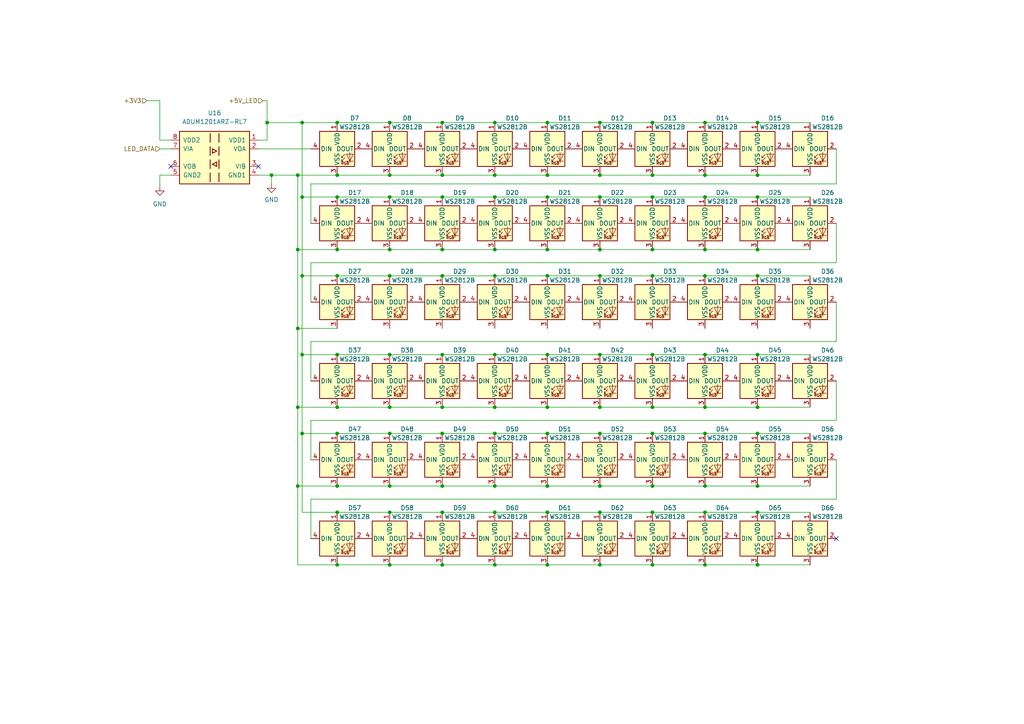
<source format=kicad_sch>
(kicad_sch (version 20211123) (generator eeschema)
  (paper "A4")
  (title_block (title "LEDs around the mainboard") (date "2023-03-10") (rev "1") (company "University of Tartu"))
  (lib_symbols
    (symbol "Isolator:ADuM1201AR" (pin_names (offset 1.016))
      (property "Reference" "U" (at -10.16 8.89 0))
      (property "Value" "ADuM1201AR" (at -2.032 8.89 0))
      (symbol "ADuM1201AR_0_1"
        (rectangle (start -10.16 7.62) (end 10.16 -7.62) (stroke (width 0.254)) (fill (type background)))
        (polyline (pts (xy -1.27 -4.445) (xy -1.27 -6.985)) (stroke (width 0.254)))
        (polyline (pts (xy -1.27 -0.635) (xy -1.27 -3.175)) (stroke (width 0.254)))
        (polyline (pts (xy -1.27 3.175) (xy -1.27 0.635)) (stroke (width 0.254)))
        (polyline (pts (xy -1.27 6.985) (xy -1.27 4.445)) (stroke (width 0.254)))
        (polyline (pts (xy 1.27 -4.445) (xy 1.27 -6.985)) (stroke (width 0.254)))
        (polyline (pts (xy 1.27 -0.635) (xy 1.27 -3.175)) (stroke (width 0.254)))
        (polyline (pts (xy 1.27 3.175) (xy 1.27 0.635)) (stroke (width 0.254)))
        (polyline (pts (xy 1.27 6.985) (xy 1.27 4.445)) (stroke (width 0.254)))
        (polyline (pts (xy -0.635 -1.27) (xy -0.635 -2.54) (xy 0.635 -1.905) (xy -0.635 -1.27)) (stroke (width 0.254)))
        (polyline (pts (xy 0.635 2.54) (xy 0.635 1.27) (xy -0.635 1.905) (xy 0.635 2.54)) (stroke (width 0.254)))
      )
      (symbol "ADuM1201AR_1_1"
        (pin power_in line (at -12.7 5.08 0) (length 2.54) (name "VDD1") (number "1"))
        (pin output line (at -12.7 2.54 0) (length 2.54) (name "VOA") (number "2"))
        (pin input line (at -12.7 -2.54 0) (length 2.54) (name "VIB") (number "3"))
        (pin power_in line (at -12.7 -5.08 0) (length 2.54) (name "GND1") (number "4"))
        (pin power_in line (at 12.7 -5.08 180) (length 2.54) (name "GND2") (number "5"))
        (pin output line (at 12.7 -2.54 180) (length 2.54) (name "VOB") (number "6"))
        (pin input line (at 12.7 2.54 180) (length 2.54) (name "VIA") (number "7"))
        (pin power_in line (at 12.7 5.08 180) (length 2.54) (name "VDD2") (number "8"))
      )
    )
    (symbol "LED:WS2812B" (pin_names (offset 0.254))
      (property "Reference" "D" (at 5.08 5.715 0))
      (property "Value" "WS2812B" (at 1.27 -5.715 0))
      (symbol "WS2812B_0_0"
        (text "RGB" (at 2.286 -4.191 0) (effects (font (size 0.762 0.762))))
      )
      (symbol "WS2812B_0_1"
        (polyline (pts (xy 1.27 -3.556) (xy 1.778 -3.556)))
        (polyline (pts (xy 1.27 -2.54) (xy 1.778 -2.54)))
        (polyline (pts (xy 4.699 -3.556) (xy 2.667 -3.556)))
        (polyline (pts (xy 2.286 -2.54) (xy 1.27 -3.556) (xy 1.27 -3.048)))
        (polyline (pts (xy 2.286 -1.524) (xy 1.27 -2.54) (xy 1.27 -2.032)))
        (polyline (pts (xy 3.683 -1.016) (xy 3.683 -3.556) (xy 3.683 -4.064)))
        (polyline (pts (xy 4.699 -1.524) (xy 2.667 -1.524) (xy 3.683 -3.556) (xy 4.699 -1.524)))
        (rectangle (start 5.08 5.08) (end -5.08 -5.08) (stroke (width 0.254)) (fill (type background)))
      )
      (symbol "WS2812B_1_1"
        (pin power_in line (at 0 7.62 270) (length 2.54) (name "VDD") (number "1"))
        (pin output line (at 7.62 0 180) (length 2.54) (name "DOUT") (number "2"))
        (pin power_in line (at 0 -7.62 90) (length 2.54) (name "VSS") (number "3"))
        (pin input line (at -7.62 0 0) (length 2.54) (name "DIN") (number "4"))
      )
    )
    (symbol "power:GND" (power) (pin_names (offset 0))
      (property "Value" "GND" (at 0 -3.81 0))
      (symbol "GND_0_1"
        (polyline (pts (xy 0 0) (xy 0 -1.27) (xy 1.27 -1.27) (xy 0 -2.54) (xy -1.27 -1.27) (xy 0 -1.27)))
      )
      (symbol "GND_1_1"
        (pin power_in line (at 0 0 270) (length 0) hide (name "GND") (number "1"))
      )
    )
  )
  (junction (at 189.23 102.87))
  (junction (at 143.51 50.8))
  (junction (at 113.03 57.15))
  (junction (at 97.79 80.01))
  (junction (at 219.71 102.87))
  (junction (at 173.99 125.73))
  (junction (at 128.27 80.01))
  (junction (at 189.23 35.56))
  (junction (at 113.03 125.73))
  (junction (at 128.27 50.8))
  (junction (at 86.36 140.97))
  (junction (at 158.75 72.39))
  (junction (at 128.27 102.87))
  (junction (at 143.51 102.87))
  (junction (at 158.75 148.59))
  (junction (at 189.23 148.59))
  (junction (at 113.03 102.87))
  (junction (at 189.23 50.8))
  (junction (at 173.99 35.56))
  (junction (at 219.71 140.97))
  (junction (at 128.27 72.39))
  (junction (at 128.27 148.59))
  (junction (at 87.63 125.73))
  (junction (at 97.79 118.11))
  (junction (at 97.79 140.97))
  (junction (at 158.75 57.15))
  (junction (at 86.36 72.39))
  (junction (at 113.03 163.83))
  (junction (at 204.47 35.56))
  (junction (at 173.99 57.15))
  (junction (at 158.75 35.56))
  (junction (at 97.79 72.39))
  (junction (at 158.75 102.87))
  (junction (at 77.47 35.56))
  (junction (at 189.23 140.97))
  (junction (at 113.03 140.97))
  (junction (at 97.79 57.15))
  (junction (at 173.99 148.59))
  (junction (at 189.23 118.11))
  (junction (at 204.47 118.11))
  (junction (at 189.23 163.83))
  (junction (at 219.71 80.01))
  (junction (at 113.03 50.8))
  (junction (at 143.51 57.15))
  (junction (at 204.47 125.73))
  (junction (at 113.03 118.11))
  (junction (at 128.27 140.97))
  (junction (at 173.99 50.8))
  (junction (at 158.75 80.01))
  (junction (at 143.51 163.83))
  (junction (at 143.51 125.73))
  (junction (at 128.27 125.73))
  (junction (at 97.79 163.83))
  (junction (at 219.71 72.39))
  (junction (at 143.51 140.97))
  (junction (at 86.36 118.11))
  (junction (at 86.36 95.25))
  (junction (at 113.03 80.01))
  (junction (at 143.51 148.59))
  (junction (at 173.99 102.87))
  (junction (at 204.47 72.39))
  (junction (at 128.27 35.56))
  (junction (at 97.79 102.87))
  (junction (at 173.99 80.01))
  (junction (at 87.63 80.01))
  (junction (at 97.79 35.56))
  (junction (at 219.71 35.56))
  (junction (at 189.23 80.01))
  (junction (at 219.71 50.8))
  (junction (at 113.03 72.39))
  (junction (at 219.71 125.73))
  (junction (at 189.23 125.73))
  (junction (at 113.03 148.59))
  (junction (at 78.74 50.8))
  (junction (at 173.99 140.97))
  (junction (at 158.75 118.11))
  (junction (at 219.71 163.83))
  (junction (at 204.47 50.8))
  (junction (at 87.63 57.15))
  (junction (at 97.79 50.8))
  (junction (at 204.47 148.59))
  (junction (at 158.75 50.8))
  (junction (at 87.63 102.87))
  (junction (at 128.27 163.83))
  (junction (at 219.71 57.15))
  (junction (at 173.99 72.39))
  (junction (at 173.99 118.11))
  (junction (at 158.75 163.83))
  (junction (at 86.36 50.8))
  (junction (at 87.63 35.56))
  (junction (at 204.47 57.15))
  (junction (at 97.79 148.59))
  (junction (at 204.47 140.97))
  (junction (at 128.27 118.11))
  (junction (at 143.51 35.56))
  (junction (at 189.23 72.39))
  (junction (at 158.75 140.97))
  (junction (at 173.99 163.83))
  (junction (at 204.47 80.01))
  (junction (at 204.47 102.87))
  (junction (at 97.79 125.73))
  (junction (at 113.03 35.56))
  (junction (at 189.23 57.15))
  (junction (at 219.71 148.59))
  (junction (at 219.71 118.11))
  (junction (at 158.75 125.73))
  (junction (at 143.51 118.11))
  (junction (at 204.47 163.83))
  (junction (at 143.51 72.39))
  (junction (at 128.27 57.15))
  (junction (at 143.51 80.01))
  (no_connect (at 242.57 156.21))
  (no_connect (at 74.93 48.26))
  (no_connect (at 49.53 48.26))
  (wire (pts (xy 158.75 140.97) (xy 173.99 140.97)))
  (wire (pts (xy 77.47 29.21) (xy 77.47 35.56)))
  (wire (pts (xy 128.27 125.73) (xy 143.51 125.73)))
  (wire (pts (xy 219.71 125.73) (xy 234.95 125.73)))
  (wire (pts (xy 46.355 50.8) (xy 46.355 54.102)))
  (wire (pts (xy 158.75 102.87) (xy 173.99 102.87)))
  (wire (pts (xy 204.47 125.73) (xy 219.71 125.73)))
  (wire (pts (xy 49.53 43.18) (xy 46.355 43.18)))
  (wire (pts (xy 90.17 76.2) (xy 242.57 76.2)))
  (wire (pts (xy 86.36 50.8) (xy 97.79 50.8)))
  (wire (pts (xy 97.79 102.87) (xy 113.03 102.87)))
  (wire (pts (xy 128.27 140.97) (xy 143.51 140.97)))
  (wire (pts (xy 143.51 140.97) (xy 158.75 140.97)))
  (wire (pts (xy 87.63 125.73) (xy 97.79 125.73)))
  (wire (pts (xy 158.75 118.11) (xy 173.99 118.11)))
  (wire (pts (xy 189.23 148.59) (xy 204.47 148.59)))
  (wire (pts (xy 173.99 35.56) (xy 189.23 35.56)))
  (wire (pts (xy 42.545 29.21) (xy 46.355 29.21)))
  (wire (pts (xy 90.17 43.18) (xy 74.93 43.18)))
  (wire (pts (xy 86.36 95.25) (xy 97.79 95.25)))
  (wire (pts (xy 189.23 163.83) (xy 204.47 163.83)))
  (wire (pts (xy 87.63 80.01) (xy 97.79 80.01)))
  (wire (pts (xy 158.75 148.59) (xy 173.99 148.59)))
  (wire (pts (xy 143.51 125.73) (xy 158.75 125.73)))
  (wire (pts (xy 219.71 80.01) (xy 234.95 80.01)))
  (wire (pts (xy 86.36 118.11) (xy 97.79 118.11)))
  (wire (pts (xy 87.63 57.15) (xy 97.79 57.15)))
  (wire (pts (xy 77.47 29.21) (xy 76.2 29.21)))
  (wire (pts (xy 143.51 50.8) (xy 158.75 50.8)))
  (wire (pts (xy 158.75 125.73) (xy 173.99 125.73)))
  (wire (pts (xy 204.47 140.97) (xy 219.71 140.97)))
  (wire (pts (xy 46.355 40.64) (xy 49.53 40.64)))
  (wire (pts (xy 242.57 43.18) (xy 242.57 53.34)))
  (wire (pts (xy 219.71 35.56) (xy 234.95 35.56)))
  (wire (pts (xy 128.27 72.39) (xy 143.51 72.39)))
  (wire (pts (xy 49.53 50.8) (xy 46.355 50.8)))
  (wire (pts (xy 204.47 163.83) (xy 219.71 163.83)))
  (wire (pts (xy 189.23 102.87) (xy 204.47 102.87)))
  (wire (pts (xy 90.17 121.92) (xy 242.57 121.92)))
  (wire (pts (xy 143.51 118.11) (xy 158.75 118.11)))
  (wire (pts (xy 219.71 148.59) (xy 234.95 148.59)))
  (wire (pts (xy 97.79 125.73) (xy 113.03 125.73)))
  (wire (pts (xy 87.63 148.59) (xy 97.79 148.59)))
  (wire (pts (xy 90.17 53.34) (xy 242.57 53.34)))
  (wire (pts (xy 189.23 125.73) (xy 204.47 125.73)))
  (wire (pts (xy 204.47 72.39) (xy 219.71 72.39)))
  (wire (pts (xy 78.74 50.8) (xy 74.93 50.8)))
  (wire (pts (xy 204.47 148.59) (xy 219.71 148.59)))
  (wire (pts (xy 113.03 72.39) (xy 128.27 72.39)))
  (wire (pts (xy 128.27 148.59) (xy 143.51 148.59)))
  (wire (pts (xy 173.99 148.59) (xy 189.23 148.59)))
  (wire (pts (xy 97.79 163.83) (xy 113.03 163.83)))
  (wire (pts (xy 87.63 102.87) (xy 97.79 102.87)))
  (wire (pts (xy 90.17 76.2) (xy 90.17 87.63)))
  (wire (pts (xy 113.03 102.87) (xy 128.27 102.87)))
  (wire (pts (xy 189.23 50.8) (xy 204.47 50.8)))
  (wire (pts (xy 97.79 57.15) (xy 113.03 57.15)))
  (wire (pts (xy 143.51 72.39) (xy 158.75 72.39)))
  (wire (pts (xy 158.75 50.8) (xy 173.99 50.8)))
  (wire (pts (xy 158.75 163.83) (xy 173.99 163.83)))
  (wire (pts (xy 113.03 35.56) (xy 128.27 35.56)))
  (wire (pts (xy 242.57 133.35) (xy 242.57 144.78)))
  (wire (pts (xy 86.36 95.25) (xy 86.36 118.11)))
  (wire (pts (xy 189.23 118.11) (xy 204.47 118.11)))
  (wire (pts (xy 77.47 35.56) (xy 87.63 35.56)))
  (wire (pts (xy 189.23 57.15) (xy 204.47 57.15)))
  (wire (pts (xy 77.47 40.64) (xy 74.93 40.64)))
  (wire (pts (xy 113.03 80.01) (xy 128.27 80.01)))
  (wire (pts (xy 173.99 57.15) (xy 189.23 57.15)))
  (wire (pts (xy 173.99 72.39) (xy 189.23 72.39)))
  (wire (pts (xy 90.17 144.78) (xy 242.57 144.78)))
  (wire (pts (xy 158.75 35.56) (xy 173.99 35.56)))
  (wire (pts (xy 219.71 118.11) (xy 234.95 118.11)))
  (wire (pts (xy 97.79 50.8) (xy 113.03 50.8)))
  (wire (pts (xy 219.71 102.87) (xy 234.95 102.87)))
  (wire (pts (xy 204.47 50.8) (xy 219.71 50.8)))
  (wire (pts (xy 87.63 57.15) (xy 87.63 80.01)))
  (wire (pts (xy 189.23 80.01) (xy 204.47 80.01)))
  (wire (pts (xy 78.74 50.8) (xy 86.36 50.8)))
  (wire (pts (xy 173.99 118.11) (xy 189.23 118.11)))
  (wire (pts (xy 189.23 140.97) (xy 204.47 140.97)))
  (wire (pts (xy 113.03 125.73) (xy 128.27 125.73)))
  (wire (pts (xy 90.17 121.92) (xy 90.17 133.35)))
  (wire (pts (xy 173.99 125.73) (xy 189.23 125.73)))
  (wire (pts (xy 128.27 57.15) (xy 143.51 57.15)))
  (wire (pts (xy 78.74 53.34) (xy 78.74 50.8)))
  (wire (pts (xy 86.36 72.39) (xy 86.36 95.25)))
  (wire (pts (xy 90.17 64.77) (xy 90.17 53.34)))
  (wire (pts (xy 158.75 80.01) (xy 173.99 80.01)))
  (wire (pts (xy 128.27 118.11) (xy 143.51 118.11)))
  (wire (pts (xy 189.23 72.39) (xy 204.47 72.39)))
  (wire (pts (xy 204.47 57.15) (xy 219.71 57.15)))
  (wire (pts (xy 204.47 102.87) (xy 219.71 102.87)))
  (wire (pts (xy 189.23 35.56) (xy 204.47 35.56)))
  (wire (pts (xy 97.79 80.01) (xy 113.03 80.01)))
  (wire (pts (xy 128.27 50.8) (xy 143.51 50.8)))
  (wire (pts (xy 77.47 40.64) (xy 77.47 35.56)))
  (wire (pts (xy 128.27 35.56) (xy 143.51 35.56)))
  (wire (pts (xy 204.47 35.56) (xy 219.71 35.56)))
  (wire (pts (xy 86.36 140.97) (xy 97.79 140.97)))
  (wire (pts (xy 143.51 163.83) (xy 158.75 163.83)))
  (wire (pts (xy 86.36 118.11) (xy 86.36 140.97)))
  (wire (pts (xy 86.36 163.83) (xy 97.79 163.83)))
  (wire (pts (xy 158.75 72.39) (xy 173.99 72.39)))
  (wire (pts (xy 87.63 102.87) (xy 87.63 125.73)))
  (wire (pts (xy 87.63 35.56) (xy 87.63 57.15)))
  (wire (pts (xy 219.71 72.39) (xy 234.95 72.39)))
  (wire (pts (xy 242.57 64.77) (xy 242.57 76.2)))
  (wire (pts (xy 173.99 163.83) (xy 189.23 163.83)))
  (wire (pts (xy 143.51 57.15) (xy 158.75 57.15)))
  (wire (pts (xy 219.71 140.97) (xy 234.95 140.97)))
  (wire (pts (xy 204.47 80.01) (xy 219.71 80.01)))
  (wire (pts (xy 46.355 29.21) (xy 46.355 40.64)))
  (wire (pts (xy 97.79 118.11) (xy 113.03 118.11)))
  (wire (pts (xy 242.57 110.49) (xy 242.57 121.92)))
  (wire (pts (xy 143.51 35.56) (xy 158.75 35.56)))
  (wire (pts (xy 86.36 72.39) (xy 97.79 72.39)))
  (wire (pts (xy 113.03 50.8) (xy 128.27 50.8)))
  (wire (pts (xy 173.99 102.87) (xy 189.23 102.87)))
  (wire (pts (xy 128.27 102.87) (xy 143.51 102.87)))
  (wire (pts (xy 87.63 35.56) (xy 97.79 35.56)))
  (wire (pts (xy 97.79 35.56) (xy 113.03 35.56)))
  (wire (pts (xy 143.51 148.59) (xy 158.75 148.59)))
  (wire (pts (xy 219.71 50.8) (xy 234.95 50.8)))
  (wire (pts (xy 90.17 99.06) (xy 90.17 110.49)))
  (wire (pts (xy 113.03 57.15) (xy 128.27 57.15)))
  (wire (pts (xy 128.27 80.01) (xy 143.51 80.01)))
  (wire (pts (xy 87.63 125.73) (xy 87.63 148.59)))
  (wire (pts (xy 86.36 140.97) (xy 86.36 163.83)))
  (wire (pts (xy 143.51 102.87) (xy 158.75 102.87)))
  (wire (pts (xy 86.36 50.8) (xy 86.36 72.39)))
  (wire (pts (xy 173.99 50.8) (xy 189.23 50.8)))
  (wire (pts (xy 242.57 87.63) (xy 242.57 99.06)))
  (wire (pts (xy 173.99 140.97) (xy 189.23 140.97)))
  (wire (pts (xy 173.99 80.01) (xy 189.23 80.01)))
  (wire (pts (xy 97.79 72.39) (xy 113.03 72.39)))
  (wire (pts (xy 87.63 80.01) (xy 87.63 102.87)))
  (wire (pts (xy 113.03 118.11) (xy 128.27 118.11)))
  (wire (pts (xy 204.47 118.11) (xy 219.71 118.11)))
  (wire (pts (xy 158.75 57.15) (xy 173.99 57.15)))
  (wire (pts (xy 97.79 140.97) (xy 113.03 140.97)))
  (wire (pts (xy 97.79 148.59) (xy 113.03 148.59)))
  (wire (pts (xy 90.17 144.78) (xy 90.17 156.21)))
  (wire (pts (xy 219.71 57.15) (xy 234.95 57.15)))
  (wire (pts (xy 113.03 163.83) (xy 128.27 163.83)))
  (wire (pts (xy 219.71 163.83) (xy 234.95 163.83)))
  (wire (pts (xy 143.51 80.01) (xy 158.75 80.01)))
  (wire (pts (xy 113.03 148.59) (xy 128.27 148.59)))
  (wire (pts (xy 128.27 163.83) (xy 143.51 163.83)))
  (wire (pts (xy 90.17 99.06) (xy 242.57 99.06)))
  (wire (pts (xy 113.03 140.97) (xy 128.27 140.97)))
  (hierarchical_label "+5V_LED" (shape input) (at 76.2 29.21 180))
  (hierarchical_label "+3V3" (shape input) (at 42.545 29.21 180))
  (hierarchical_label "LED_DATA" (shape input) (at 46.355 43.18 180))
  (symbol (lib_id "LED:WS2812B") (at 173.99 43.18 0) (unit 1)
    (property "Reference" "D12" (at 179.07 34.29 0))
    (property "Value" "WS2812B" (at 179.07 36.83 0))
    (property "Footprint" "LED_SMD:LED_WS2812B_PLCC4_5.0x5.0mm_P3.2mm" (effects hide))
    (property "Datasheet" "https://cdn-shop.adafruit.com/datasheets/WS2812B.pdf" (effects hide))
    (property "LCSC" "C527089" (effects hide))
  )
  (symbol (lib_id "LED:WS2812B") (at 219.71 43.18 0) (unit 1)
    (property "Reference" "D15" (at 224.79 34.29 0))
    (property "Value" "WS2812B" (at 224.79 36.83 0))
    (property "Footprint" "LED_SMD:LED_WS2812B_PLCC4_5.0x5.0mm_P3.2mm" (effects hide))
    (property "Datasheet" "https://cdn-shop.adafruit.com/datasheets/WS2812B.pdf" (effects hide))
    (property "LCSC" "C527089" (effects hide))
  )
  (symbol (lib_id "LED:WS2812B") (at 128.27 110.49 0) (unit 1)
    (property "Reference" "D39" (at 133.35 101.6 0))
    (property "Value" "WS2812B" (at 133.35 104.14 0))
    (property "Footprint" "LED_SMD:LED_WS2812B_PLCC4_5.0x5.0mm_P3.2mm" (effects hide))
    (property "Datasheet" "https://cdn-shop.adafruit.com/datasheets/WS2812B.pdf" (effects hide))
    (property "LCSC" "C527089" (effects hide))
  )
  (symbol (lib_id "LED:WS2812B") (at 204.47 156.21 0) (unit 1)
    (property "Reference" "D64" (at 209.55 147.32 0))
    (property "Value" "WS2812B" (at 209.55 149.86 0))
    (property "Footprint" "LED_SMD:LED_WS2812B_PLCC4_5.0x5.0mm_P3.2mm" (effects hide))
    (property "Datasheet" "https://cdn-shop.adafruit.com/datasheets/WS2812B.pdf" (effects hide))
    (property "LCSC" "C527089" (effects hide))
  )
  (symbol (lib_id "LED:WS2812B") (at 158.75 110.49 0) (unit 1)
    (property "Reference" "D41" (at 163.83 101.6 0))
    (property "Value" "WS2812B" (at 163.83 104.14 0))
    (property "Footprint" "LED_SMD:LED_WS2812B_PLCC4_5.0x5.0mm_P3.2mm" (effects hide))
    (property "Datasheet" "https://cdn-shop.adafruit.com/datasheets/WS2812B.pdf" (effects hide))
    (property "LCSC" "C527089" (effects hide))
  )
  (symbol (lib_id "LED:WS2812B") (at 158.75 64.77 0) (unit 1)
    (property "Reference" "D21" (at 163.83 55.88 0))
    (property "Value" "WS2812B" (at 163.83 58.42 0))
    (property "Footprint" "LED_SMD:LED_WS2812B_PLCC4_5.0x5.0mm_P3.2mm" (effects hide))
    (property "Datasheet" "https://cdn-shop.adafruit.com/datasheets/WS2812B.pdf" (effects hide))
    (property "LCSC" "C527089" (effects hide))
  )
  (symbol (lib_id "LED:WS2812B") (at 143.51 64.77 0) (unit 1)
    (property "Reference" "D20" (at 148.59 55.88 0))
    (property "Value" "WS2812B" (at 148.59 58.42 0))
    (property "Footprint" "LED_SMD:LED_WS2812B_PLCC4_5.0x5.0mm_P3.2mm" (effects hide))
    (property "Datasheet" "https://cdn-shop.adafruit.com/datasheets/WS2812B.pdf" (effects hide))
    (property "LCSC" "C527089" (effects hide))
  )
  (symbol (lib_id "LED:WS2812B") (at 113.03 43.18 0) (unit 1)
    (property "Reference" "D8" (at 118.11 34.29 0))
    (property "Value" "WS2812B" (at 118.11 36.83 0))
    (property "Footprint" "LED_SMD:LED_WS2812B_PLCC4_5.0x5.0mm_P3.2mm" (effects hide))
    (property "Datasheet" "https://cdn-shop.adafruit.com/datasheets/WS2812B.pdf" (effects hide))
    (property "LCSC" "C527089" (effects hide))
  )
  (symbol (lib_id "LED:WS2812B") (at 113.03 64.77 0) (unit 1)
    (property "Reference" "D18" (at 118.11 55.88 0))
    (property "Value" "WS2812B" (at 118.11 58.42 0))
    (property "Footprint" "LED_SMD:LED_WS2812B_PLCC4_5.0x5.0mm_P3.2mm" (effects hide))
    (property "Datasheet" "https://cdn-shop.adafruit.com/datasheets/WS2812B.pdf" (effects hide))
    (property "LCSC" "C527089" (effects hide))
  )
  (symbol (lib_id "LED:WS2812B") (at 128.27 43.18 0) (unit 1)
    (property "Reference" "D9" (at 133.35 34.29 0))
    (property "Value" "WS2812B" (at 133.35 36.83 0))
    (property "Footprint" "LED_SMD:LED_WS2812B_PLCC4_5.0x5.0mm_P3.2mm" (effects hide))
    (property "Datasheet" "https://cdn-shop.adafruit.com/datasheets/WS2812B.pdf" (effects hide))
    (property "LCSC" "C527089" (effects hide))
  )
  (symbol (lib_id "LED:WS2812B") (at 173.99 156.21 0) (unit 1)
    (property "Reference" "D62" (at 179.07 147.32 0))
    (property "Value" "WS2812B" (at 179.07 149.86 0))
    (property "Footprint" "LED_SMD:LED_WS2812B_PLCC4_5.0x5.0mm_P3.2mm" (effects hide))
    (property "Datasheet" "https://cdn-shop.adafruit.com/datasheets/WS2812B.pdf" (effects hide))
    (property "LCSC" "C527089" (effects hide))
  )
  (symbol (lib_id "LED:WS2812B") (at 97.79 64.77 0) (unit 1)
    (property "Reference" "D17" (at 102.87 55.88 0))
    (property "Value" "WS2812B" (at 102.87 58.42 0))
    (property "Footprint" "LED_SMD:LED_WS2812B_PLCC4_5.0x5.0mm_P3.2mm" (effects hide))
    (property "Datasheet" "https://cdn-shop.adafruit.com/datasheets/WS2812B.pdf" (effects hide))
    (property "LCSC" "C527089" (effects hide))
  )
  (symbol (lib_id "LED:WS2812B") (at 189.23 110.49 0) (unit 1)
    (property "Reference" "D43" (at 194.31 101.6 0))
    (property "Value" "WS2812B" (at 194.31 104.14 0))
    (property "Footprint" "LED_SMD:LED_WS2812B_PLCC4_5.0x5.0mm_P3.2mm" (effects hide))
    (property "Datasheet" "https://cdn-shop.adafruit.com/datasheets/WS2812B.pdf" (effects hide))
    (property "LCSC" "C527089" (effects hide))
  )
  (symbol (lib_id "LED:WS2812B") (at 173.99 64.77 0) (unit 1)
    (property "Reference" "D22" (at 179.07 55.88 0))
    (property "Value" "WS2812B" (at 179.07 58.42 0))
    (property "Footprint" "LED_SMD:LED_WS2812B_PLCC4_5.0x5.0mm_P3.2mm" (effects hide))
    (property "Datasheet" "https://cdn-shop.adafruit.com/datasheets/WS2812B.pdf" (effects hide))
    (property "LCSC" "C527089" (effects hide))
  )
  (symbol (lib_id "LED:WS2812B") (at 128.27 156.21 0) (unit 1)
    (property "Reference" "D59" (at 133.35 147.32 0))
    (property "Value" "WS2812B" (at 133.35 149.86 0))
    (property "Footprint" "LED_SMD:LED_WS2812B_PLCC4_5.0x5.0mm_P3.2mm" (effects hide))
    (property "Datasheet" "https://cdn-shop.adafruit.com/datasheets/WS2812B.pdf" (effects hide))
    (property "LCSC" "C527089" (effects hide))
  )
  (symbol (lib_id "LED:WS2812B") (at 143.51 156.21 0) (unit 1)
    (property "Reference" "D60" (at 148.59 147.32 0))
    (property "Value" "WS2812B" (at 148.59 149.86 0))
    (property "Footprint" "LED_SMD:LED_WS2812B_PLCC4_5.0x5.0mm_P3.2mm" (effects hide))
    (property "Datasheet" "https://cdn-shop.adafruit.com/datasheets/WS2812B.pdf" (effects hide))
    (property "LCSC" "C527089" (effects hide))
  )
  (symbol (lib_id "power:GND") (at 46.355 54.102 0) (mirror y) (unit 1)
    (property "Reference" "#PWR03" (effects hide))
    (property "Value" "GND" (at 46.355 59.182 0))
  )
  (symbol (lib_id "LED:WS2812B") (at 189.23 156.21 0) (unit 1)
    (property "Reference" "D63" (at 194.31 147.32 0))
    (property "Value" "WS2812B" (at 194.31 149.86 0))
    (property "Footprint" "LED_SMD:LED_WS2812B_PLCC4_5.0x5.0mm_P3.2mm" (effects hide))
    (property "Datasheet" "https://cdn-shop.adafruit.com/datasheets/WS2812B.pdf" (effects hide))
    (property "LCSC" "C527089" (effects hide))
  )
  (symbol (lib_id "LED:WS2812B") (at 219.71 133.35 0) (unit 1)
    (property "Reference" "D55" (at 224.79 124.46 0))
    (property "Value" "WS2812B" (at 224.79 127 0))
    (property "Footprint" "LED_SMD:LED_WS2812B_PLCC4_5.0x5.0mm_P3.2mm" (effects hide))
    (property "Datasheet" "https://cdn-shop.adafruit.com/datasheets/WS2812B.pdf" (effects hide))
    (property "LCSC" "C527089" (effects hide))
  )
  (symbol (lib_id "LED:WS2812B") (at 204.47 64.77 0) (unit 1)
    (property "Reference" "D24" (at 209.55 55.88 0))
    (property "Value" "WS2812B" (at 209.55 58.42 0))
    (property "Footprint" "LED_SMD:LED_WS2812B_PLCC4_5.0x5.0mm_P3.2mm" (effects hide))
    (property "Datasheet" "https://cdn-shop.adafruit.com/datasheets/WS2812B.pdf" (effects hide))
    (property "LCSC" "C527089" (effects hide))
  )
  (symbol (lib_id "LED:WS2812B") (at 97.79 133.35 0) (unit 1)
    (property "Reference" "D47" (at 102.87 124.46 0))
    (property "Value" "WS2812B" (at 102.87 127 0))
    (property "Footprint" "LED_SMD:LED_WS2812B_PLCC4_5.0x5.0mm_P3.2mm" (effects hide))
    (property "Datasheet" "https://cdn-shop.adafruit.com/datasheets/WS2812B.pdf" (effects hide))
    (property "LCSC" "C527089" (effects hide))
  )
  (symbol (lib_id "LED:WS2812B") (at 234.95 64.77 0) (unit 1)
    (property "Reference" "D26" (at 240.03 55.88 0))
    (property "Value" "WS2812B" (at 240.03 58.42 0))
    (property "Footprint" "LED_SMD:LED_WS2812B_PLCC4_5.0x5.0mm_P3.2mm" (effects hide))
    (property "Datasheet" "https://cdn-shop.adafruit.com/datasheets/WS2812B.pdf" (effects hide))
    (property "LCSC" "C527089" (effects hide))
  )
  (symbol (lib_id "LED:WS2812B") (at 173.99 87.63 0) (unit 1)
    (property "Reference" "D32" (at 179.07 78.74 0))
    (property "Value" "WS2812B" (at 179.07 81.28 0))
    (property "Footprint" "LED_SMD:LED_WS2812B_PLCC4_5.0x5.0mm_P3.2mm" (effects hide))
    (property "Datasheet" "https://cdn-shop.adafruit.com/datasheets/WS2812B.pdf" (effects hide))
    (property "LCSC" "C527089" (effects hide))
  )
  (symbol (lib_id "LED:WS2812B") (at 143.51 43.18 0) (unit 1)
    (property "Reference" "D10" (at 148.59 34.29 0))
    (property "Value" "WS2812B" (at 148.59 36.83 0))
    (property "Footprint" "LED_SMD:LED_WS2812B_PLCC4_5.0x5.0mm_P3.2mm" (effects hide))
    (property "Datasheet" "https://cdn-shop.adafruit.com/datasheets/WS2812B.pdf" (effects hide))
    (property "LCSC" "C527089" (effects hide))
  )
  (symbol (lib_id "LED:WS2812B") (at 189.23 87.63 0) (unit 1)
    (property "Reference" "D33" (at 194.31 78.74 0))
    (property "Value" "WS2812B" (at 194.31 81.28 0))
    (property "Footprint" "LED_SMD:LED_WS2812B_PLCC4_5.0x5.0mm_P3.2mm" (effects hide))
    (property "Datasheet" "https://cdn-shop.adafruit.com/datasheets/WS2812B.pdf" (effects hide))
    (property "LCSC" "C527089" (effects hide))
  )
  (symbol (lib_id "LED:WS2812B") (at 113.03 110.49 0) (unit 1)
    (property "Reference" "D38" (at 118.11 101.6 0))
    (property "Value" "WS2812B" (at 118.11 104.14 0))
    (property "Footprint" "LED_SMD:LED_WS2812B_PLCC4_5.0x5.0mm_P3.2mm" (effects hide))
    (property "Datasheet" "https://cdn-shop.adafruit.com/datasheets/WS2812B.pdf" (effects hide))
    (property "LCSC" "C527089" (effects hide))
  )
  (symbol (lib_id "LED:WS2812B") (at 173.99 133.35 0) (unit 1)
    (property "Reference" "D52" (at 179.07 124.46 0))
    (property "Value" "WS2812B" (at 179.07 127 0))
    (property "Footprint" "LED_SMD:LED_WS2812B_PLCC4_5.0x5.0mm_P3.2mm" (effects hide))
    (property "Datasheet" "https://cdn-shop.adafruit.com/datasheets/WS2812B.pdf" (effects hide))
    (property "LCSC" "C527089" (effects hide))
  )
  (symbol (lib_id "LED:WS2812B") (at 97.79 43.18 0) (unit 1)
    (property "Reference" "D7" (at 102.87 34.29 0))
    (property "Value" "WS2812B" (at 102.87 36.83 0))
    (property "Footprint" "LED_SMD:LED_WS2812B_PLCC4_5.0x5.0mm_P3.2mm" (effects hide))
    (property "Datasheet" "https://cdn-shop.adafruit.com/datasheets/WS2812B.pdf" (effects hide))
    (property "LCSC" "C527089" (effects hide))
  )
  (symbol (lib_id "LED:WS2812B") (at 113.03 156.21 0) (unit 1)
    (property "Reference" "D58" (at 118.11 147.32 0))
    (property "Value" "WS2812B" (at 118.11 149.86 0))
    (property "Footprint" "LED_SMD:LED_WS2812B_PLCC4_5.0x5.0mm_P3.2mm" (effects hide))
    (property "Datasheet" "https://cdn-shop.adafruit.com/datasheets/WS2812B.pdf" (effects hide))
    (property "LCSC" "C527089" (effects hide))
  )
  (symbol (lib_id "LED:WS2812B") (at 234.95 156.21 0) (unit 1)
    (property "Reference" "D66" (at 240.03 147.32 0))
    (property "Value" "WS2812B" (at 240.03 149.86 0))
    (property "Footprint" "LED_SMD:LED_WS2812B_PLCC4_5.0x5.0mm_P3.2mm" (effects hide))
    (property "Datasheet" "https://cdn-shop.adafruit.com/datasheets/WS2812B.pdf" (effects hide))
    (property "LCSC" "C527089" (effects hide))
  )
  (symbol (lib_id "LED:WS2812B") (at 128.27 133.35 0) (unit 1)
    (property "Reference" "D49" (at 133.35 124.46 0))
    (property "Value" "WS2812B" (at 133.35 127 0))
    (property "Footprint" "LED_SMD:LED_WS2812B_PLCC4_5.0x5.0mm_P3.2mm" (effects hide))
    (property "Datasheet" "https://cdn-shop.adafruit.com/datasheets/WS2812B.pdf" (effects hide))
    (property "LCSC" "C527089" (effects hide))
  )
  (symbol (lib_id "LED:WS2812B") (at 128.27 87.63 0) (unit 1)
    (property "Reference" "D29" (at 133.35 78.74 0))
    (property "Value" "WS2812B" (at 133.35 81.28 0))
    (property "Footprint" "LED_SMD:LED_WS2812B_PLCC4_5.0x5.0mm_P3.2mm" (effects hide))
    (property "Datasheet" "https://cdn-shop.adafruit.com/datasheets/WS2812B.pdf" (effects hide))
    (property "LCSC" "C527089" (effects hide))
  )
  (symbol (lib_id "LED:WS2812B") (at 204.47 87.63 0) (unit 1)
    (property "Reference" "D34" (at 209.55 78.74 0))
    (property "Value" "WS2812B" (at 209.55 81.28 0))
    (property "Footprint" "LED_SMD:LED_WS2812B_PLCC4_5.0x5.0mm_P3.2mm" (effects hide))
    (property "Datasheet" "https://cdn-shop.adafruit.com/datasheets/WS2812B.pdf" (effects hide))
    (property "LCSC" "C527089" (effects hide))
  )
  (symbol (lib_id "LED:WS2812B") (at 113.03 87.63 0) (unit 1)
    (property "Reference" "D28" (at 118.11 78.74 0))
    (property "Value" "WS2812B" (at 118.11 81.28 0))
    (property "Footprint" "LED_SMD:LED_WS2812B_PLCC4_5.0x5.0mm_P3.2mm" (effects hide))
    (property "Datasheet" "https://cdn-shop.adafruit.com/datasheets/WS2812B.pdf" (effects hide))
    (property "LCSC" "C527089" (effects hide))
  )
  (symbol (lib_id "LED:WS2812B") (at 234.95 110.49 0) (unit 1)
    (property "Reference" "D46" (at 240.03 101.6 0))
    (property "Value" "WS2812B" (at 240.03 104.14 0))
    (property "Footprint" "LED_SMD:LED_WS2812B_PLCC4_5.0x5.0mm_P3.2mm" (effects hide))
    (property "Datasheet" "https://cdn-shop.adafruit.com/datasheets/WS2812B.pdf" (effects hide))
    (property "LCSC" "C527089" (effects hide))
  )
  (symbol (lib_id "LED:WS2812B") (at 219.71 110.49 0) (unit 1)
    (property "Reference" "D45" (at 224.79 101.6 0))
    (property "Value" "WS2812B" (at 224.79 104.14 0))
    (property "Footprint" "LED_SMD:LED_WS2812B_PLCC4_5.0x5.0mm_P3.2mm" (effects hide))
    (property "Datasheet" "https://cdn-shop.adafruit.com/datasheets/WS2812B.pdf" (effects hide))
    (property "LCSC" "C527089" (effects hide))
  )
  (symbol (lib_id "LED:WS2812B") (at 234.95 87.63 0) (unit 1)
    (property "Reference" "D36" (at 240.03 78.74 0))
    (property "Value" "WS2812B" (at 240.03 81.28 0))
    (property "Footprint" "LED_SMD:LED_WS2812B_PLCC4_5.0x5.0mm_P3.2mm" (effects hide))
    (property "Datasheet" "https://cdn-shop.adafruit.com/datasheets/WS2812B.pdf" (effects hide))
    (property "LCSC" "C527089" (effects hide))
  )
  (symbol (lib_id "power:GND") (at 78.74 53.34 0) (mirror y) (unit 1)
    (property "Reference" "#PWR02" (effects hide))
    (property "Value" "GND" (at 78.74 57.912 0))
  )
  (symbol (lib_id "LED:WS2812B") (at 219.71 156.21 0) (unit 1)
    (property "Reference" "D65" (at 224.79 147.32 0))
    (property "Value" "WS2812B" (at 224.79 149.86 0))
    (property "Footprint" "LED_SMD:LED_WS2812B_PLCC4_5.0x5.0mm_P3.2mm" (effects hide))
    (property "Datasheet" "https://cdn-shop.adafruit.com/datasheets/WS2812B.pdf" (effects hide))
    (property "LCSC" "C527089" (effects hide))
  )
  (symbol (lib_id "LED:WS2812B") (at 219.71 87.63 0) (unit 1)
    (property "Reference" "D35" (at 224.79 78.74 0))
    (property "Value" "WS2812B" (at 224.79 81.28 0))
    (property "Footprint" "LED_SMD:LED_WS2812B_PLCC4_5.0x5.0mm_P3.2mm" (effects hide))
    (property "Datasheet" "https://cdn-shop.adafruit.com/datasheets/WS2812B.pdf" (effects hide))
    (property "LCSC" "C527089" (effects hide))
  )
  (symbol (lib_id "LED:WS2812B") (at 143.51 87.63 0) (unit 1)
    (property "Reference" "D30" (at 148.59 78.74 0))
    (property "Value" "WS2812B" (at 148.59 81.28 0))
    (property "Footprint" "LED_SMD:LED_WS2812B_PLCC4_5.0x5.0mm_P3.2mm" (effects hide))
    (property "Datasheet" "https://cdn-shop.adafruit.com/datasheets/WS2812B.pdf" (effects hide))
    (property "LCSC" "C527089" (effects hide))
  )
  (symbol (lib_id "LED:WS2812B") (at 173.99 110.49 0) (unit 1)
    (property "Reference" "D42" (at 179.07 101.6 0))
    (property "Value" "WS2812B" (at 179.07 104.14 0))
    (property "Footprint" "LED_SMD:LED_WS2812B_PLCC4_5.0x5.0mm_P3.2mm" (effects hide))
    (property "Datasheet" "https://cdn-shop.adafruit.com/datasheets/WS2812B.pdf" (effects hide))
    (property "LCSC" "C527089" (effects hide))
  )
  (symbol (lib_id "LED:WS2812B") (at 97.79 110.49 0) (unit 1)
    (property "Reference" "D37" (at 102.87 101.6 0))
    (property "Value" "WS2812B" (at 102.87 104.14 0))
    (property "Footprint" "LED_SMD:LED_WS2812B_PLCC4_5.0x5.0mm_P3.2mm" (effects hide))
    (property "Datasheet" "https://cdn-shop.adafruit.com/datasheets/WS2812B.pdf" (effects hide))
    (property "LCSC" "C527089" (effects hide))
  )
  (symbol (lib_id "LED:WS2812B") (at 189.23 133.35 0) (unit 1)
    (property "Reference" "D53" (at 194.31 124.46 0))
    (property "Value" "WS2812B" (at 194.31 127 0))
    (property "Footprint" "LED_SMD:LED_WS2812B_PLCC4_5.0x5.0mm_P3.2mm" (effects hide))
    (property "Datasheet" "https://cdn-shop.adafruit.com/datasheets/WS2812B.pdf" (effects hide))
    (property "LCSC" "C527089" (effects hide))
  )
  (symbol (lib_id "LED:WS2812B") (at 158.75 156.21 0) (unit 1)
    (property "Reference" "D61" (at 163.83 147.32 0))
    (property "Value" "WS2812B" (at 163.83 149.86 0))
    (property "Footprint" "LED_SMD:LED_WS2812B_PLCC4_5.0x5.0mm_P3.2mm" (effects hide))
    (property "Datasheet" "https://cdn-shop.adafruit.com/datasheets/WS2812B.pdf" (effects hide))
    (property "LCSC" "C527089" (effects hide))
  )
  (symbol (lib_id "LED:WS2812B") (at 204.47 43.18 0) (unit 1)
    (property "Reference" "D14" (at 209.55 34.29 0))
    (property "Value" "WS2812B" (at 209.55 36.83 0))
    (property "Footprint" "LED_SMD:LED_WS2812B_PLCC4_5.0x5.0mm_P3.2mm" (effects hide))
    (property "Datasheet" "https://cdn-shop.adafruit.com/datasheets/WS2812B.pdf" (effects hide))
    (property "LCSC" "C527089" (effects hide))
  )
  (symbol (lib_id "LED:WS2812B") (at 158.75 133.35 0) (unit 1)
    (property "Reference" "D51" (at 163.83 124.46 0))
    (property "Value" "WS2812B" (at 163.83 127 0))
    (property "Footprint" "LED_SMD:LED_WS2812B_PLCC4_5.0x5.0mm_P3.2mm" (effects hide))
    (property "Datasheet" "https://cdn-shop.adafruit.com/datasheets/WS2812B.pdf" (effects hide))
    (property "LCSC" "C527089" (effects hide))
  )
  (symbol (lib_id "LED:WS2812B") (at 158.75 43.18 0) (unit 1)
    (property "Reference" "D11" (at 163.83 34.29 0))
    (property "Value" "WS2812B" (at 163.83 36.83 0))
    (property "Footprint" "LED_SMD:LED_WS2812B_PLCC4_5.0x5.0mm_P3.2mm" (effects hide))
    (property "Datasheet" "https://cdn-shop.adafruit.com/datasheets/WS2812B.pdf" (effects hide))
    (property "LCSC" "C527089" (effects hide))
  )
  (symbol (lib_id "LED:WS2812B") (at 234.95 43.18 0) (unit 1)
    (property "Reference" "D16" (at 240.03 34.29 0))
    (property "Value" "WS2812B" (at 240.03 36.83 0))
    (property "Footprint" "LED_SMD:LED_WS2812B_PLCC4_5.0x5.0mm_P3.2mm" (effects hide))
    (property "Datasheet" "https://cdn-shop.adafruit.com/datasheets/WS2812B.pdf" (effects hide))
    (property "LCSC" "C527089" (effects hide))
  )
  (symbol (lib_id "LED:WS2812B") (at 158.75 87.63 0) (unit 1)
    (property "Reference" "D31" (at 163.83 78.74 0))
    (property "Value" "WS2812B" (at 163.83 81.28 0))
    (property "Footprint" "LED_SMD:LED_WS2812B_PLCC4_5.0x5.0mm_P3.2mm" (effects hide))
    (property "Datasheet" "https://cdn-shop.adafruit.com/datasheets/WS2812B.pdf" (effects hide))
    (property "LCSC" "C527089" (effects hide))
  )
  (symbol (lib_id "LED:WS2812B") (at 189.23 64.77 0) (unit 1)
    (property "Reference" "D23" (at 194.31 55.88 0))
    (property "Value" "WS2812B" (at 194.31 58.42 0))
    (property "Footprint" "LED_SMD:LED_WS2812B_PLCC4_5.0x5.0mm_P3.2mm" (effects hide))
    (property "Datasheet" "https://cdn-shop.adafruit.com/datasheets/WS2812B.pdf" (effects hide))
    (property "LCSC" "C527089" (effects hide))
  )
  (symbol (lib_id "Isolator:ADuM1201AR") (at 62.23 45.72 0) (mirror y) (unit 1)
    (property "Reference" "U16" (at 62.23 32.766 0))
    (property "Value" "ADUM1201ARZ-RL7" (at 62.23 35.306 0))
    (property "Footprint" "Package_SO:SOIC-8_3.9x4.9mm_P1.27mm" (effects hide))
    (property "Datasheet" "https://www.analog.com/media/en/technical-documentation/data-sheets/ADuM1200_1201.pdf" (effects hide))
    (property "LCSC" "C9669" (effects hide))
  )
  (symbol (lib_id "LED:WS2812B") (at 219.71 64.77 0) (unit 1)
    (property "Reference" "D25" (at 224.79 55.88 0))
    (property "Value" "WS2812B" (at 224.79 58.42 0))
    (property "Footprint" "LED_SMD:LED_WS2812B_PLCC4_5.0x5.0mm_P3.2mm" (effects hide))
    (property "Datasheet" "https://cdn-shop.adafruit.com/datasheets/WS2812B.pdf" (effects hide))
    (property "LCSC" "C527089" (effects hide))
  )
  (symbol (lib_id "LED:WS2812B") (at 204.47 110.49 0) (unit 1)
    (property "Reference" "D44" (at 209.55 101.6 0))
    (property "Value" "WS2812B" (at 209.55 104.14 0))
    (property "Footprint" "LED_SMD:LED_WS2812B_PLCC4_5.0x5.0mm_P3.2mm" (effects hide))
    (property "Datasheet" "https://cdn-shop.adafruit.com/datasheets/WS2812B.pdf" (effects hide))
    (property "LCSC" "C527089" (effects hide))
  )
  (symbol (lib_id "LED:WS2812B") (at 189.23 43.18 0) (unit 1)
    (property "Reference" "D13" (at 194.31 34.29 0))
    (property "Value" "WS2812B" (at 194.31 36.83 0))
    (property "Footprint" "LED_SMD:LED_WS2812B_PLCC4_5.0x5.0mm_P3.2mm" (effects hide))
    (property "Datasheet" "https://cdn-shop.adafruit.com/datasheets/WS2812B.pdf" (effects hide))
    (property "LCSC" "C527089" (effects hide))
  )
  (symbol (lib_id "LED:WS2812B") (at 143.51 133.35 0) (unit 1)
    (property "Reference" "D50" (at 148.59 124.46 0))
    (property "Value" "WS2812B" (at 148.59 127 0))
    (property "Footprint" "LED_SMD:LED_WS2812B_PLCC4_5.0x5.0mm_P3.2mm" (effects hide))
    (property "Datasheet" "https://cdn-shop.adafruit.com/datasheets/WS2812B.pdf" (effects hide))
    (property "LCSC" "C527089" (effects hide))
  )
  (symbol (lib_id "LED:WS2812B") (at 143.51 110.49 0) (unit 1)
    (property "Reference" "D40" (at 148.59 101.6 0))
    (property "Value" "WS2812B" (at 148.59 104.14 0))
    (property "Footprint" "LED_SMD:LED_WS2812B_PLCC4_5.0x5.0mm_P3.2mm" (effects hide))
    (property "Datasheet" "https://cdn-shop.adafruit.com/datasheets/WS2812B.pdf" (effects hide))
    (property "LCSC" "C527089" (effects hide))
  )
  (symbol (lib_id "LED:WS2812B") (at 204.47 133.35 0) (unit 1)
    (property "Reference" "D54" (at 209.55 124.46 0))
    (property "Value" "WS2812B" (at 209.55 127 0))
    (property "Footprint" "LED_SMD:LED_WS2812B_PLCC4_5.0x5.0mm_P3.2mm" (effects hide))
    (property "Datasheet" "https://cdn-shop.adafruit.com/datasheets/WS2812B.pdf" (effects hide))
    (property "LCSC" "C527089" (effects hide))
  )
  (symbol (lib_id "LED:WS2812B") (at 97.79 87.63 0) (unit 1)
    (property "Reference" "D27" (at 102.87 78.74 0))
    (property "Value" "WS2812B" (at 102.87 81.28 0))
    (property "Footprint" "LED_SMD:LED_WS2812B_PLCC4_5.0x5.0mm_P3.2mm" (effects hide))
    (property "Datasheet" "https://cdn-shop.adafruit.com/datasheets/WS2812B.pdf" (effects hide))
    (property "LCSC" "C527089" (effects hide))
  )
  (symbol (lib_id "LED:WS2812B") (at 97.79 156.21 0) (unit 1)
    (property "Reference" "D57" (at 102.87 147.32 0))
    (property "Value" "WS2812B" (at 102.87 149.86 0))
    (property "Footprint" "LED_SMD:LED_WS2812B_PLCC4_5.0x5.0mm_P3.2mm" (effects hide))
    (property "Datasheet" "https://cdn-shop.adafruit.com/datasheets/WS2812B.pdf" (effects hide))
    (property "LCSC" "C527089" (effects hide))
  )
  (symbol (lib_id "LED:WS2812B") (at 113.03 133.35 0) (unit 1)
    (property "Reference" "D48" (at 118.11 124.46 0))
    (property "Value" "WS2812B" (at 118.11 127 0))
    (property "Footprint" "LED_SMD:LED_WS2812B_PLCC4_5.0x5.0mm_P3.2mm" (effects hide))
    (property "Datasheet" "https://cdn-shop.adafruit.com/datasheets/WS2812B.pdf" (effects hide))
    (property "LCSC" "C527089" (effects hide))
  )
  (symbol (lib_id "LED:WS2812B") (at 128.27 64.77 0) (unit 1)
    (property "Reference" "D19" (at 133.35 55.88 0))
    (property "Value" "WS2812B" (at 133.35 58.42 0))
    (property "Footprint" "LED_SMD:LED_WS2812B_PLCC4_5.0x5.0mm_P3.2mm" (effects hide))
    (property "Datasheet" "https://cdn-shop.adafruit.com/datasheets/WS2812B.pdf" (effects hide))
    (property "LCSC" "C527089" (effects hide))
  )
  (symbol (lib_id "LED:WS2812B") (at 234.95 133.35 0) (unit 1)
    (property "Reference" "D56" (at 240.03 124.46 0))
    (property "Value" "WS2812B" (at 240.03 127 0))
    (property "Footprint" "LED_SMD:LED_WS2812B_PLCC4_5.0x5.0mm_P3.2mm" (effects hide))
    (property "Datasheet" "https://cdn-shop.adafruit.com/datasheets/WS2812B.pdf" (effects hide))
    (property "LCSC" "C527089" (effects hide))
  )
)
</source>
